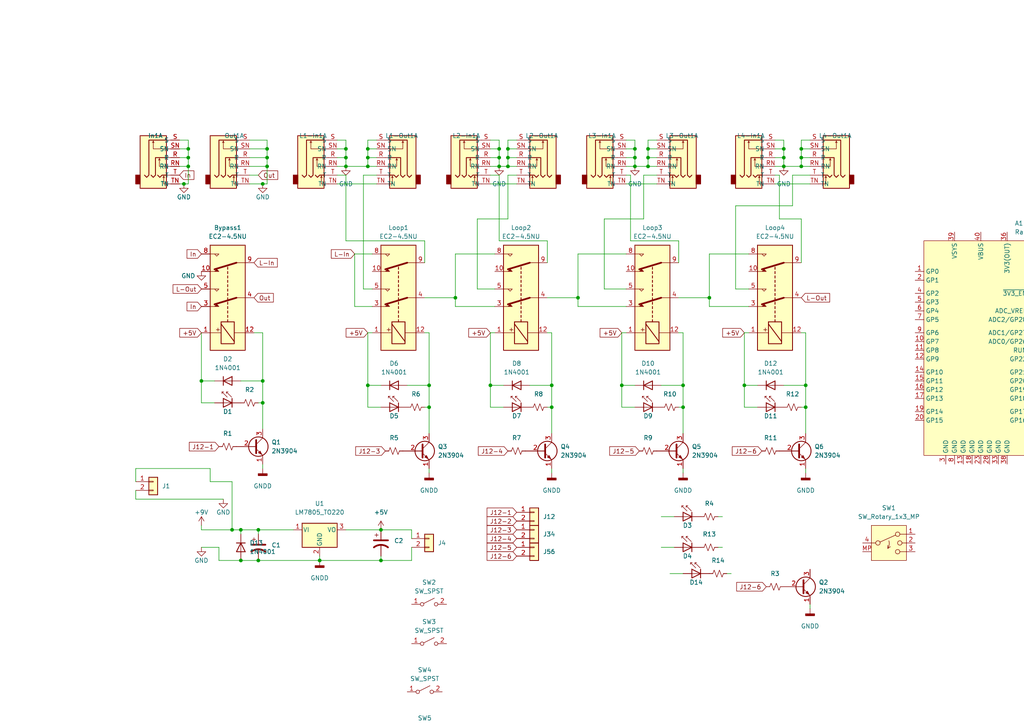
<source format=kicad_sch>
(kicad_sch (version 20231120) (generator "eeschema") (generator_version "8.0")
  (paper "A4")
  (lib_symbols
    (symbol "Connector_Generic:Conn_01x02" (pin_names (offset 1.016) hide)
      (property "Reference" "J" (at 0 2.54 0))
      (property "Value" "Conn_01x02" (at 0 -5.08 0))
      (symbol "Conn_01x02_1_1"
        (pin passive line (at -5.08 0 0) (length 3.81) (name "Pin_1") (number "1"))
        (pin passive line (at -5.08 -2.54 0) (length 3.81) (name "Pin_2") (number "2"))
      )
    )
    (symbol "Device:C_Polarized_US" (pin_numbers hide) (pin_names (offset 0.254) hide)
      (property "Reference" "C" (at 0.635 2.54 0))
      (property "Value" "C_Polarized_US" (at 0.635 -2.54 0))
      (symbol "C_Polarized_US_1_1"
        (pin passive line (at 0 3.81 270) (length 2.794) (name "~") (number "1"))
        (pin passive line (at 0 -3.81 90) (length 3.302) (name "~") (number "2"))
      )
    )
    (symbol "Device:R_Small_US" (pin_numbers hide) (pin_names (offset 0.254) hide)
      (property "Reference" "R" (at 0.762 0.508 0))
      (property "Value" "R_Small_US" (at 0.762 -1.016 0))
      (symbol "R_Small_US_1_1"
        (pin passive line (at 0 2.54 270) (length 1.016) (name "~") (number "1"))
        (pin passive line (at 0 -2.54 90) (length 1.016) (name "~") (number "2"))
      )
    )
    (symbol "Diode:1N4001" (pin_numbers hide) (pin_names (offset 1.016) hide)
      (property "Reference" "D" (at 0 2.54 0))
      (property "Value" "1N4001" (at 0 -2.54 0))
      (symbol "1N4001_1_1"
        (pin passive line (at -3.81 0 0) (length 2.54) (name "K") (number "1"))
        (pin passive line (at 3.81 0 180) (length 2.54) (name "A") (number "2"))
      )
    )
    (symbol "LED:IR204A" (pin_numbers hide) (pin_names (offset 1.016) hide)
      (property "Reference" "D" (at 0.508 1.778 0))
      (property "Value" "IR204A" (at -1.016 -2.794 0))
      (symbol "IR204A_1_1"
        (pin passive line (at -5.08 0 0) (length 2.54) (name "K") (number "1"))
        (pin passive line (at 2.54 0 180) (length 2.54) (name "A") (number "2"))
      )
    )
    (symbol "Nate:AudioJack3_Dual_Switch"
      (property "Reference" "In1" (at -1.905 6.35 0))
      (symbol "AudioJack3_Dual_Switch_1_1"
        (pin passive line (at 5.08 0 180) (length 2.54) (name "R") (number "R"))
        (pin passive line (at 5.08 -2.54 180) (length 2.54) (name "RN") (number "RN"))
        (pin passive line (at 5.08 5.08 180) (length 2.54) (name "S") (number "S"))
        (pin passive line (at 5.08 2.54 180) (length 2.54) (name "SN") (number "SN"))
        (pin passive line (at 5.08 -5.08 180) (length 2.54) (name "T") (number "T"))
        (pin passive line (at 5.08 -7.62 180) (length 2.54) (name "TN") (number "TN"))
      )
      (symbol "AudioJack3_Dual_Switch_2_1"
        (pin passive line (at 5.08 0 180) (length 2.54) (name "R") (number "R2"))
        (pin passive line (at 5.08 -2.54 180) (length 2.54) (name "RN") (number "RN2"))
        (pin passive line (at 5.08 5.08 180) (length 2.54) (name "S") (number "S2"))
        (pin passive line (at 5.08 2.54 180) (length 2.54) (name "SN") (number "SN2"))
        (pin passive line (at 5.08 -5.08 180) (length 2.54) (name "T") (number "T2"))
        (pin passive line (at 5.08 -7.62 180) (length 2.54) (name "TN") (number "TN2"))
      )
    )
    (symbol "PCM_SL_Development_Board:Raspberry_Pi_Pico_THT"
      (property "Reference" "A" (at 12.7 34.29 0))
      (property "Value" "Raspberry_Pi_Pico_THT" (at 21.59 31.75 0))
      (symbol "Raspberry_Pi_Pico_THT_1_1"
        (pin bidirectional line (at -17.78 20.32 0) (length 2.54) (name "GP0") (number "1"))
        (pin bidirectional line (at -17.78 0 0) (length 2.54) (name "GP7") (number "10"))
        (pin bidirectional line (at -17.78 -2.54 0) (length 2.54) (name "GP8") (number "11"))
        (pin bidirectional line (at -17.78 -5.08 0) (length 2.54) (name "GP9") (number "12"))
        (pin power_in line (at -3.81 -35.56 90) (length 2.54) (name "GND") (number "13"))
        (pin bidirectional line (at -17.78 -8.89 0) (length 2.54) (name "GP10") (number "14"))
        (pin bidirectional line (at -17.78 -11.43 0) (length 2.54) (name "GP11") (number "15"))
        (pin bidirectional line (at -17.78 -13.97 0) (length 2.54) (name "GP12") (number "16"))
        (pin bidirectional line (at -17.78 -16.51 0) (length 2.54) (name "GP13") (number "17"))
        (pin power_in line (at -1.27 -35.56 90) (length 2.54) (name "GND") (number "18"))
        (pin bidirectional line (at -17.78 -20.32 0) (length 2.54) (name "GP14") (number "19"))
        (pin bidirectional line (at -17.78 17.78 0) (length 2.54) (name "GP1") (number "2"))
        (pin bidirectional line (at -17.78 -22.86 0) (length 2.54) (name "GP15") (number "20"))
        (pin bidirectional line (at 17.78 -22.86 180) (length 2.54) (name "GP16") (number "21"))
        (pin bidirectional line (at 17.78 -20.32 180) (length 2.54) (name "GP17") (number "22"))
        (pin power_in line (at 1.27 -35.56 90) (length 2.54) (name "GND") (number "23"))
        (pin bidirectional line (at 17.78 -16.51 180) (length 2.54) (name "GP18") (number "24"))
        (pin bidirectional line (at 17.78 -13.97 180) (length 2.54) (name "GP19") (number "25"))
        (pin bidirectional line (at 17.78 -11.43 180) (length 2.54) (name "GP20") (number "26"))
        (pin bidirectional line (at 17.78 -8.89 180) (length 2.54) (name "GP21") (number "27"))
        (pin power_in line (at 3.81 -35.56 90) (length 2.54) (name "GND") (number "28"))
        (pin bidirectional line (at 17.78 -5.08 180) (length 2.54) (name "GP22") (number "29"))
        (pin power_in line (at -8.89 -35.56 90) (length 2.54) (name "GND") (number "3"))
        (pin bidirectional line (at 17.78 -2.54 180) (length 2.54) (name "RUN") (number "30"))
        (pin bidirectional line (at 17.78 0 180) (length 2.54) (name "ADC0/GP26") (number "31"))
        (pin bidirectional line (at 17.78 2.54 180) (length 2.54) (name "ADC1/GP27") (number "32"))
        (pin power_in line (at 6.35 -35.56 90) (length 2.54) (name "GND") (number "33"))
        (pin bidirectional line (at 17.78 6.35 180) (length 2.54) (name "ADC2/GP28") (number "34"))
        (pin bidirectional line (at 17.78 8.89 180) (length 2.54) (name "ADC_VREF") (number "35"))
        (pin power_in line (at 8.89 31.75 270) (length 2.54) (name "3V3(OUT)") (number "36"))
        (pin bidirectional line (at 17.78 13.97 180) (length 2.54) (name "~{3V3_EN}") (number "37"))
        (pin power_in line (at 8.89 -35.56 90) (length 2.54) (name "GND") (number "38"))
        (pin power_in line (at -6.35 31.75 270) (length 2.54) (name "VSYS") (number "39"))
        (pin bidirectional line (at -17.78 13.97 0) (length 2.54) (name "GP2") (number "4"))
        (pin power_in line (at 1.27 31.75 270) (length 2.54) (name "VBUS") (number "40"))
        (pin bidirectional line (at -17.78 11.43 0) (length 2.54) (name "GP3") (number "5"))
        (pin bidirectional line (at -17.78 8.89 0) (length 2.54) (name "GP4") (number "6"))
        (pin bidirectional line (at -17.78 6.35 0) (length 2.54) (name "GP5") (number "7"))
        (pin power_in line (at -6.35 -35.56 90) (length 2.54) (name "GND") (number "8"))
        (pin bidirectional line (at -17.78 2.54 0) (length 2.54) (name "GP6") (number "9"))
      )
    )
    (symbol "Regulator_Linear:LM7805_TO220" (pin_names (offset 0.254))
      (property "Reference" "U" (at -3.81 3.175 0))
      (property "Value" "LM7805_TO220" (at 0 3.175 0))
      (symbol "LM7805_TO220_1_1"
        (pin power_in line (at -7.62 0 0) (length 2.54) (name "VI") (number "1"))
        (pin power_in line (at 0 -7.62 90) (length 2.54) (name "GND") (number "2"))
        (pin power_out line (at 7.62 0 180) (length 2.54) (name "VO") (number "3"))
      )
    )
    (symbol "Relay:EC2-4.5NU"
      (property "Reference" "K" (at 15.24 8.89 0))
      (property "Value" "EC2-4.5NU" (at 19.05 6.35 0))
      (symbol "EC2-4.5NU_1_1"
        (text "+" (at -9.271 2.921 0) (effects (font (size 1.27 1.27))))
        (pin passive line (at -10.16 7.62 270) (length 2.54) (name "~") (number "1"))
        (pin passive line (at 7.62 7.62 270) (length 2.54) (name "~") (number "10"))
        (pin passive line (at -10.16 -7.62 90) (length 2.54) (name "~") (number "12"))
        (pin passive line (at -2.54 7.62 270) (length 2.54) (name "~") (number "3"))
        (pin passive line (at 0 -7.62 90) (length 2.54) (name "~") (number "4"))
        (pin passive line (at 2.54 7.62 270) (length 2.54) (name "~") (number "5"))
        (pin passive line (at 12.7 7.62 270) (length 2.54) (name "~") (number "8"))
        (pin passive line (at 10.16 -7.62 90) (length 2.54) (name "~") (number "9"))
      )
    )
    (symbol "Switch:SW_Rotary_1x3_MP" (pin_names hide)
      (property "Reference" "SW" (at 0 6.35 0))
      (property "Value" "SW_Rotary_1x3_MP" (at 8.89 -6.35 0))
      (symbol "SW_Rotary_1x3_MP_1_1"
        (pin passive line (at 7.62 2.54 180) (length 2.54) (name "") (number "1"))
        (pin passive line (at 7.62 0 180) (length 2.54) (name "") (number "2"))
        (pin passive line (at 7.62 -2.54 180) (length 2.54) (name "") (number "3"))
        (pin passive line (at -7.62 0 0) (length 2.54) (name "") (number "4"))
        (pin passive line (at -7.62 -2.54 0) (length 2.54) (name "") (number "MP"))
      )
    )
    (symbol "Switch:SW_SPST" (pin_names (offset 0) hide)
      (property "Reference" "SW" (at 0 3.175 0))
      (property "Value" "SW_SPST" (at 0 -2.54 0))
      (symbol "SW_SPST_1_1"
        (pin passive line (at -5.08 0 0) (length 2.54) (name "A") (number "1"))
        (pin passive line (at 5.08 0 180) (length 2.54) (name "B") (number "2"))
      )
    )
    (symbol "Transistor_BJT:2N3904" (pin_names (offset 0) hide)
      (property "Reference" "Q" (at 5.08 1.905 0))
      (property "Value" "2N3904" (at 5.08 0 0))
      (symbol "2N3904_1_1"
        (pin passive line (at 2.54 -5.08 90) (length 2.54) (name "E") (number "1"))
        (pin passive line (at -5.08 0 0) (length 5.715) (name "B") (number "2"))
        (pin passive line (at 2.54 5.08 270) (length 2.54) (name "C") (number "3"))
      )
    )
    (symbol "power:+5V" (power) (pin_names (offset 0))
      (property "Value" "+5V" (at 0 3.556 0))
      (symbol "+5V_1_1"
        (pin power_in line (at 0 0 90) (length 0) hide (name "+5V") (number "1"))
      )
    )
    (symbol "power:+9V" (power) (pin_names (offset 0))
      (property "Value" "+9V" (at 0 3.556 0))
      (symbol "+9V_1_1"
        (pin power_in line (at 0 0 90) (length 0) hide (name "+9V") (number "1"))
      )
    )
    (symbol "power:GND" (power) (pin_names (offset 0))
      (property "Value" "GND" (at 0 -3.81 0))
      (symbol "GND_1_1"
        (pin power_in line (at 0 0 270) (length 0) hide (name "GND") (number "1"))
      )
    )
    (symbol "power:GNDD" (power) (pin_names (offset 0))
      (property "Value" "GNDD" (at 0 -3.175 0))
      (symbol "GNDD_1_1"
        (pin power_in line (at 0 0 270) (length 0) hide (name "GNDD") (number "1"))
      )
    )
  )
  (junction (at 74.93 153.67))
  (junction (at 124.46 118.11))
  (junction (at 227.33 43.18))
  (junction (at 187.96 48.26))
  (junction (at 147.32 43.18))
  (junction (at 147.32 48.26))
  (junction (at 76.2 116.84))
  (junction (at 132.08 86.36))
  (junction (at 198.12 118.11))
  (junction (at 100.33 43.18))
  (junction (at 233.68 111.76))
  (junction (at 227.33 45.72))
  (junction (at 232.41 43.18))
  (junction (at 110.49 153.67))
  (junction (at 232.41 45.72))
  (junction (at 69.85 162.56))
  (junction (at 67.31 153.67))
  (junction (at 187.96 45.72))
  (junction (at 53.34 53.34))
  (junction (at 106.68 45.72))
  (junction (at 77.47 43.18))
  (junction (at 167.64 86.36))
  (junction (at 74.93 162.56))
  (junction (at 77.47 45.72))
  (junction (at 227.33 48.26))
  (junction (at 54.61 45.72))
  (junction (at 54.61 48.26))
  (junction (at 147.32 45.72))
  (junction (at 160.02 111.76))
  (junction (at 144.78 48.26))
  (junction (at 76.2 110.49))
  (junction (at 144.78 43.18))
  (junction (at 124.46 111.76))
  (junction (at 76.2 53.34))
  (junction (at 205.74 86.36))
  (junction (at 144.78 45.72))
  (junction (at 233.68 118.11))
  (junction (at 184.15 48.26))
  (junction (at 100.33 48.26))
  (junction (at 198.12 111.76))
  (junction (at 106.68 111.76))
  (junction (at 106.68 48.26))
  (junction (at 184.15 43.18))
  (junction (at 100.33 45.72))
  (junction (at 110.49 162.56))
  (junction (at 160.02 118.11))
  (junction (at 232.41 48.26))
  (junction (at 54.61 43.18))
  (junction (at 106.68 43.18))
  (junction (at 77.47 48.26))
  (junction (at 92.71 162.56))
  (junction (at 142.24 111.76))
  (junction (at 58.42 110.49))
  (junction (at 69.85 153.67))
  (junction (at 180.34 111.76))
  (junction (at 187.96 43.18))
  (junction (at 215.9 111.76))
  (junction (at 184.15 45.72))
  (wire (pts (xy 74.93 116.84) (xy 76.2 116.84)))
  (wire (pts (xy 147.32 43.18) (xy 147.32 45.72)))
  (wire (pts (xy 100.33 48.26) (xy 106.68 48.26)))
  (wire (pts (xy 196.85 118.11) (xy 198.12 118.11)))
  (wire (pts (xy 205.74 86.36) (xy 205.74 73.66)))
  (wire (pts (xy 158.75 118.11) (xy 160.02 118.11)))
  (wire (pts (xy 167.64 86.36) (xy 167.64 73.66)))
  (wire (pts (xy 160.02 137.16) (xy 160.02 135.89)))
  (wire (pts (xy 106.68 96.52) (xy 106.68 111.76)))
  (wire (pts (xy 110.49 161.29) (xy 110.49 162.56)))
  (wire (pts (xy 198.12 166.37) (xy 194.31 166.37)))
  (wire (pts (xy 62.23 110.49) (xy 58.42 110.49)))
  (wire (pts (xy 215.9 111.76) (xy 215.9 118.11)))
  (wire (pts (xy 227.33 40.64) (xy 227.33 43.18)))
  (wire (pts (xy 100.33 69.85) (xy 123.19 69.85)))
  (wire (pts (xy 97.79 50.8) (xy 100.33 50.8)))
  (wire (pts (xy 39.37 135.89) (xy 39.37 139.7)))
  (wire (pts (xy 67.31 153.67) (xy 69.85 153.67)))
  (wire (pts (xy 158.75 86.36) (xy 167.64 86.36)))
  (wire (pts (xy 226.06 50.8) (xy 226.06 63.5)))
  (wire (pts (xy 77.47 45.72) (xy 77.47 48.26)))
  (wire (pts (xy 62.23 116.84) (xy 58.42 116.84)))
  (wire (pts (xy 142.24 53.34) (xy 149.86 53.34)))
  (wire (pts (xy 234.95 40.64) (xy 232.41 40.64)))
  (wire (pts (xy 198.12 125.73) (xy 198.12 118.11)))
  (wire (pts (xy 215.9 96.52) (xy 215.9 111.76)))
  (wire (pts (xy 142.24 40.64) (xy 144.78 40.64)))
  (wire (pts (xy 72.39 40.64) (xy 77.47 40.64)))
  (wire (pts (xy 232.41 118.11) (xy 233.68 118.11)))
  (wire (pts (xy 123.19 86.36) (xy 132.08 86.36)))
  (wire (pts (xy 184.15 43.18) (xy 184.15 45.72)))
  (wire (pts (xy 198.12 118.11) (xy 198.12 111.76)))
  (wire (pts (xy 224.79 48.26) (xy 227.33 48.26)))
  (wire (pts (xy 100.33 153.67) (xy 110.49 153.67)))
  (wire (pts (xy 184.15 118.11) (xy 180.34 118.11)))
  (wire (pts (xy 76.2 135.89) (xy 76.2 134.62)))
  (wire (pts (xy 106.68 111.76) (xy 106.68 118.11)))
  (wire (pts (xy 210.82 166.37) (xy 212.09 166.37)))
  (wire (pts (xy 132.08 88.9) (xy 132.08 86.36)))
  (wire (pts (xy 142.24 50.8) (xy 144.78 50.8)))
  (wire (pts (xy 144.78 45.72) (xy 144.78 48.26)))
  (wire (pts (xy 144.78 69.85) (xy 158.75 69.85)))
  (wire (pts (xy 186.69 63.5) (xy 175.26 63.5)))
  (wire (pts (xy 92.71 162.56) (xy 110.49 162.56)))
  (wire (pts (xy 105.41 50.8) (xy 109.22 50.8)))
  (wire (pts (xy 149.86 50.8) (xy 147.32 50.8)))
  (wire (pts (xy 190.5 43.18) (xy 187.96 43.18)))
  (wire (pts (xy 76.2 96.52) (xy 76.2 110.49)))
  (wire (pts (xy 77.47 40.64) (xy 77.47 43.18)))
  (wire (pts (xy 187.96 40.64) (xy 187.96 43.18)))
  (wire (pts (xy 144.78 48.26) (xy 147.32 48.26)))
  (wire (pts (xy 149.86 45.72) (xy 147.32 45.72)))
  (wire (pts (xy 219.71 111.76) (xy 215.9 111.76)))
  (wire (pts (xy 181.61 48.26) (xy 184.15 48.26)))
  (wire (pts (xy 229.87 50.8) (xy 229.87 59.69)))
  (wire (pts (xy 233.68 125.73) (xy 233.68 118.11)))
  (wire (pts (xy 190.5 50.8) (xy 186.69 50.8)))
  (wire (pts (xy 224.79 45.72) (xy 227.33 45.72)))
  (wire (pts (xy 208.28 158.75) (xy 209.55 158.75)))
  (wire (pts (xy 138.43 83.82) (xy 143.51 83.82)))
  (wire (pts (xy 233.68 96.52) (xy 233.68 111.76)))
  (wire (pts (xy 175.26 63.5) (xy 175.26 83.82)))
  (wire (pts (xy 97.79 45.72) (xy 100.33 45.72)))
  (wire (pts (xy 58.42 153.67) (xy 67.31 153.67)))
  (wire (pts (xy 181.61 88.9) (xy 167.64 88.9)))
  (wire (pts (xy 109.22 45.72) (xy 106.68 45.72)))
  (wire (pts (xy 138.43 63.5) (xy 138.43 83.82)))
  (wire (pts (xy 74.93 162.56) (xy 92.71 162.56)))
  (wire (pts (xy 97.79 53.34) (xy 109.22 53.34)))
  (wire (pts (xy 60.96 139.7) (xy 67.31 139.7)))
  (wire (pts (xy 100.33 50.8) (xy 100.33 69.85)))
  (wire (pts (xy 196.85 96.52) (xy 198.12 96.52)))
  (wire (pts (xy 160.02 118.11) (xy 160.02 111.76)))
  (wire (pts (xy 158.75 69.85) (xy 158.75 76.2)))
  (wire (pts (xy 181.61 53.34) (xy 190.5 53.34)))
  (wire (pts (xy 144.78 40.64) (xy 144.78 43.18)))
  (wire (pts (xy 110.49 118.11) (xy 106.68 118.11)))
  (wire (pts (xy 102.87 73.66) (xy 102.87 88.9)))
  (wire (pts (xy 205.74 73.66) (xy 217.17 73.66)))
  (wire (pts (xy 109.22 40.64) (xy 106.68 40.64)))
  (wire (pts (xy 181.61 43.18) (xy 184.15 43.18)))
  (wire (pts (xy 58.42 96.52) (xy 58.42 110.49)))
  (wire (pts (xy 67.31 139.7) (xy 67.31 153.67)))
  (wire (pts (xy 132.08 73.66) (xy 143.51 73.66)))
  (wire (pts (xy 227.33 48.26) (xy 232.41 48.26)))
  (wire (pts (xy 143.51 96.52) (xy 142.24 96.52)))
  (wire (pts (xy 181.61 96.52) (xy 180.34 96.52)))
  (wire (pts (xy 52.07 40.64) (xy 54.61 40.64)))
  (wire (pts (xy 72.39 45.72) (xy 77.47 45.72)))
  (wire (pts (xy 184.15 40.64) (xy 184.15 43.18)))
  (wire (pts (xy 54.61 45.72) (xy 54.61 48.26)))
  (wire (pts (xy 76.2 116.84) (xy 76.2 110.49)))
  (wire (pts (xy 73.66 96.52) (xy 76.2 96.52)))
  (wire (pts (xy 119.38 162.56) (xy 119.38 158.75)))
  (wire (pts (xy 186.69 50.8) (xy 186.69 63.5)))
  (wire (pts (xy 124.46 137.16) (xy 124.46 135.89)))
  (wire (pts (xy 198.12 137.16) (xy 198.12 135.89)))
  (wire (pts (xy 106.68 96.52) (xy 107.95 96.52)))
  (wire (pts (xy 97.79 40.64) (xy 100.33 40.64)))
  (wire (pts (xy 146.05 118.11) (xy 142.24 118.11)))
  (wire (pts (xy 181.61 45.72) (xy 184.15 45.72)))
  (wire (pts (xy 182.88 50.8) (xy 182.88 69.85)))
  (wire (pts (xy 160.02 125.73) (xy 160.02 118.11)))
  (wire (pts (xy 63.5 162.56) (xy 69.85 162.56)))
  (wire (pts (xy 118.11 111.76) (xy 124.46 111.76)))
  (wire (pts (xy 74.93 50.8) (xy 72.39 50.8)))
  (wire (pts (xy 190.5 40.64) (xy 187.96 40.64)))
  (wire (pts (xy 232.41 45.72) (xy 232.41 48.26)))
  (wire (pts (xy 219.71 118.11) (xy 215.9 118.11)))
  (wire (pts (xy 142.24 96.52) (xy 142.24 111.76)))
  (wire (pts (xy 52.07 45.72) (xy 54.61 45.72)))
  (wire (pts (xy 224.79 53.34) (xy 234.95 53.34)))
  (wire (pts (xy 180.34 111.76) (xy 180.34 118.11)))
  (wire (pts (xy 196.85 86.36) (xy 205.74 86.36)))
  (wire (pts (xy 52.07 48.26) (xy 54.61 48.26)))
  (wire (pts (xy 77.47 43.18) (xy 77.47 45.72)))
  (wire (pts (xy 234.95 176.53) (xy 234.95 175.26)))
  (wire (pts (xy 123.19 69.85) (xy 123.19 76.2)))
  (wire (pts (xy 107.95 73.66) (xy 102.87 73.66)))
  (wire (pts (xy 74.93 153.67) (xy 74.93 154.94)))
  (wire (pts (xy 52.07 43.18) (xy 54.61 43.18)))
  (wire (pts (xy 146.05 111.76) (xy 142.24 111.76)))
  (wire (pts (xy 72.39 48.26) (xy 77.47 48.26)))
  (wire (pts (xy 109.22 43.18) (xy 106.68 43.18)))
  (wire (pts (xy 191.77 111.76) (xy 198.12 111.76)))
  (wire (pts (xy 217.17 88.9) (xy 205.74 88.9)))
  (wire (pts (xy 149.86 43.18) (xy 147.32 43.18)))
  (wire (pts (xy 60.96 135.89) (xy 60.96 139.7)))
  (wire (pts (xy 39.37 144.78) (xy 64.77 144.78)))
  (wire (pts (xy 234.95 45.72) (xy 232.41 45.72)))
  (wire (pts (xy 175.26 83.82) (xy 181.61 83.82)))
  (wire (pts (xy 109.22 48.26) (xy 106.68 48.26)))
  (wire (pts (xy 224.79 40.64) (xy 227.33 40.64)))
  (wire (pts (xy 181.61 50.8) (xy 182.88 50.8)))
  (wire (pts (xy 232.41 43.18) (xy 232.41 45.72)))
  (wire (pts (xy 213.36 59.69) (xy 213.36 83.82)))
  (wire (pts (xy 187.96 45.72) (xy 187.96 48.26)))
  (wire (pts (xy 76.2 124.46) (xy 76.2 116.84)))
  (wire (pts (xy 229.87 59.69) (xy 213.36 59.69)))
  (wire (pts (xy 160.02 96.52) (xy 160.02 111.76)))
  (wire (pts (xy 187.96 43.18) (xy 187.96 45.72)))
  (wire (pts (xy 58.42 110.49) (xy 58.42 116.84)))
  (wire (pts (xy 234.95 48.26) (xy 232.41 48.26)))
  (wire (pts (xy 58.42 158.75) (xy 63.5 158.75)))
  (wire (pts (xy 190.5 45.72) (xy 187.96 45.72)))
  (wire (pts (xy 54.61 43.18) (xy 54.61 45.72)))
  (wire (pts (xy 105.41 83.82) (xy 105.41 50.8)))
  (wire (pts (xy 102.87 88.9) (xy 107.95 88.9)))
  (wire (pts (xy 124.46 125.73) (xy 124.46 118.11)))
  (wire (pts (xy 149.86 48.26) (xy 147.32 48.26)))
  (wire (pts (xy 213.36 83.82) (xy 217.17 83.82)))
  (wire (pts (xy 39.37 144.78) (xy 39.37 142.24)))
  (wire (pts (xy 119.38 153.67) (xy 119.38 156.21)))
  (wire (pts (xy 180.34 96.52) (xy 180.34 111.76)))
  (wire (pts (xy 224.79 43.18) (xy 227.33 43.18)))
  (wire (pts (xy 147.32 63.5) (xy 138.43 63.5)))
  (wire (pts (xy 100.33 45.72) (xy 100.33 48.26)))
  (wire (pts (xy 77.47 53.34) (xy 76.2 53.34)))
  (wire (pts (xy 54.61 53.34) (xy 53.34 53.34)))
  (wire (pts (xy 54.61 40.64) (xy 54.61 43.18)))
  (wire (pts (xy 184.15 45.72) (xy 184.15 48.26)))
  (wire (pts (xy 72.39 43.18) (xy 77.47 43.18)))
  (wire (pts (xy 110.49 111.76) (xy 106.68 111.76)))
  (wire (pts (xy 63.5 158.75) (xy 63.5 162.56)))
  (wire (pts (xy 143.51 88.9) (xy 132.08 88.9)))
  (wire (pts (xy 234.95 43.18) (xy 232.41 43.18)))
  (wire (pts (xy 208.28 149.86) (xy 209.55 149.86)))
  (wire (pts (xy 69.85 110.49) (xy 76.2 110.49)))
  (wire (pts (xy 53.34 53.34) (xy 52.07 53.34)))
  (wire (pts (xy 232.41 96.52) (xy 233.68 96.52)))
  (wire (pts (xy 69.85 153.67) (xy 74.93 153.67)))
  (wire (pts (xy 184.15 111.76) (xy 180.34 111.76)))
  (wire (pts (xy 60.96 135.89) (xy 39.37 135.89)))
  (wire (pts (xy 232.41 63.5) (xy 232.41 76.2)))
  (wire (pts (xy 142.24 45.72) (xy 144.78 45.72)))
  (wire (pts (xy 74.93 153.67) (xy 85.09 153.67)))
  (wire (pts (xy 106.68 45.72) (xy 106.68 48.26)))
  (wire (pts (xy 123.19 96.52) (xy 124.46 96.52)))
  (wire (pts (xy 142.24 48.26) (xy 144.78 48.26)))
  (wire (pts (xy 72.39 53.34) (xy 76.2 53.34)))
  (wire (pts (xy 144.78 43.18) (xy 144.78 45.72)))
  (wire (pts (xy 69.85 153.67) (xy 69.85 154.94)))
  (wire (pts (xy 217.17 96.52) (xy 215.9 96.52)))
  (wire (pts (xy 77.47 48.26) (xy 77.47 53.34)))
  (wire (pts (xy 147.32 45.72) (xy 147.32 48.26)))
  (wire (pts (xy 100.33 40.64) (xy 100.33 43.18)))
  (wire (pts (xy 100.33 43.18) (xy 100.33 45.72)))
  (wire (pts (xy 232.41 40.64) (xy 232.41 43.18)))
  (wire (pts (xy 147.32 40.64) (xy 147.32 43.18)))
  (wire (pts (xy 54.61 48.26) (xy 54.61 53.34)))
  (wire (pts (xy 198.12 96.52) (xy 198.12 111.76)))
  (wire (pts (xy 69.85 162.56) (xy 74.93 162.56)))
  (wire (pts (xy 181.61 40.64) (xy 184.15 40.64)))
  (wire (pts (xy 92.71 161.29) (xy 92.71 162.56)))
  (wire (pts (xy 58.42 152.4) (xy 58.42 153.67)))
  (wire (pts (xy 227.33 111.76) (xy 233.68 111.76)))
  (wire (pts (xy 233.68 118.11) (xy 233.68 111.76)))
  (wire (pts (xy 227.33 43.18) (xy 227.33 45.72)))
  (wire (pts (xy 167.64 88.9) (xy 167.64 86.36)))
  (wire (pts (xy 124.46 96.52) (xy 124.46 111.76)))
  (wire (pts (xy 110.49 162.56) (xy 119.38 162.56)))
  (wire (pts (xy 149.86 40.64) (xy 147.32 40.64)))
  (wire (pts (xy 167.64 73.66) (xy 181.61 73.66)))
  (wire (pts (xy 196.85 69.85) (xy 196.85 76.2)))
  (wire (pts (xy 184.15 48.26) (xy 187.96 48.26)))
  (wire (pts (xy 205.74 88.9) (xy 205.74 86.36)))
  (wire (pts (xy 190.5 48.26) (xy 187.96 48.26)))
  (wire (pts (xy 147.32 50.8) (xy 147.32 63.5)))
  (wire (pts (xy 132.08 86.36) (xy 132.08 73.66)))
  (wire (pts (xy 107.95 83.82) (xy 105.41 83.82)))
  (wire (pts (xy 158.75 96.52) (xy 160.02 96.52)))
  (wire (pts (xy 142.24 43.18) (xy 144.78 43.18)))
  (wire (pts (xy 123.19 118.11) (xy 124.46 118.11)))
  (wire (pts (xy 233.68 137.16) (xy 233.68 135.89)))
  (wire (pts (xy 106.68 43.18) (xy 106.68 45.72)))
  (wire (pts (xy 234.95 50.8) (xy 229.87 50.8)))
  (wire (pts (xy 144.78 50.8) (xy 144.78 69.85)))
  (wire (pts (xy 97.79 43.18) (xy 100.33 43.18)))
  (wire (pts (xy 226.06 63.5) (xy 232.41 63.5)))
  (wire (pts (xy 195.58 149.86) (xy 191.77 149.86)))
  (wire (pts (xy 97.79 48.26) (xy 100.33 48.26)))
  (wire (pts (xy 106.68 40.64) (xy 106.68 43.18)))
  (wire (pts (xy 182.88 69.85) (xy 196.85 69.85)))
  (wire (pts (xy 227.33 45.72) (xy 227.33 48.26)))
  (wire (pts (xy 142.24 111.76) (xy 142.24 118.11)))
  (wire (pts (xy 224.79 50.8) (xy 226.06 50.8)))
  (wire (pts (xy 110.49 153.67) (xy 119.38 153.67)))
  (wire (pts (xy 195.58 158.75) (xy 191.77 158.75)))
  (wire (pts (xy 124.46 118.11) (xy 124.46 111.76)))
  (wire (pts (xy 153.67 111.76) (xy 160.02 111.76)))
  (global_label "L-Out" (shape input) (at 58.42 83.82 180) (property "Intersheetrefs" "${INTERSHEET_REFS}" (effects (hide yes))))
  (global_label "J12-5" (shape input) (at 185.42 130.81 180) (property "Intersheetrefs" "${INTERSHEET_REFS}" (effects (hide yes))))
  (global_label "Out" (shape input) (at 74.93 50.8 0) (property "Intersheetrefs" "${INTERSHEET_REFS}" (effects (hide yes))))
  (global_label "J12-6" (shape input) (at 222.25 170.18 180) (property "Intersheetrefs" "${INTERSHEET_REFS}" (effects (hide yes))))
  (global_label "J12-4" (shape input) (at 149.86 156.21 180) (property "Intersheetrefs" "${INTERSHEET_REFS}" (effects (hide yes))))
  (global_label "In" (shape input) (at 58.42 73.66 180) (property "Intersheetrefs" "${INTERSHEET_REFS}" (effects (hide yes))))
  (global_label "J12-1" (shape input) (at 63.5 129.54 180) (property "Intersheetrefs" "${INTERSHEET_REFS}" (effects (hide yes))))
  (global_label "J12-5" (shape input) (at 149.86 158.75 180) (property "Intersheetrefs" "${INTERSHEET_REFS}" (effects (hide yes))))
  (global_label "L-In" (shape input) (at 73.66 76.2 0) (property "Intersheetrefs" "${INTERSHEET_REFS}" (effects (hide yes))))
  (global_label "Out" (shape input) (at 73.66 86.36 0) (property "Intersheetrefs" "${INTERSHEET_REFS}" (effects (hide yes))))
  (global_label "J12-6" (shape input) (at 149.86 161.29 180) (property "Intersheetrefs" "${INTERSHEET_REFS}" (effects (hide yes))))
  (global_label "J12-2" (shape input) (at 149.86 151.13 180) (property "Intersheetrefs" "${INTERSHEET_REFS}" (effects (hide yes))))
  (global_label "J12-3" (shape input) (at 111.76 130.81 180) (property "Intersheetrefs" "${INTERSHEET_REFS}" (effects (hide yes))))
  (global_label "+5V" (shape input) (at 180.34 96.52 180) (property "Intersheetrefs" "${INTERSHEET_REFS}" (effects (hide yes))))
  (global_label "+5V" (shape input) (at 215.9 96.52 180) (property "Intersheetrefs" "${INTERSHEET_REFS}" (effects (hide yes))))
  (global_label "L-Out" (shape input) (at 232.41 86.36 0) (property "Intersheetrefs" "${INTERSHEET_REFS}" (effects (hide yes))))
  (global_label "J12-3" (shape input) (at 149.86 153.67 180) (property "Intersheetrefs" "${INTERSHEET_REFS}" (effects (hide yes))))
  (global_label "+5V" (shape input) (at 142.24 96.52 180) (property "Intersheetrefs" "${INTERSHEET_REFS}" (effects (hide yes))))
  (global_label "+5V" (shape input) (at 106.68 96.52 180) (property "Intersheetrefs" "${INTERSHEET_REFS}" (effects (hide yes))))
  (global_label "L-In" (shape input) (at 102.87 73.66 180) (property "Intersheetrefs" "${INTERSHEET_REFS}" (effects (hide yes))))
  (global_label "In" (shape input) (at 52.07 50.8 0) (property "Intersheetrefs" "${INTERSHEET_REFS}" (effects (hide yes))))
  (global_label "In" (shape input) (at 58.42 88.9 180) (property "Intersheetrefs" "${INTERSHEET_REFS}" (effects (hide yes))))
  (global_label "J12-6" (shape input) (at 220.98 130.81 180) (property "Intersheetrefs" "${INTERSHEET_REFS}" (effects (hide yes))))
  (global_label "J12-1" (shape input) (at 149.86 148.59 180) (property "Intersheetrefs" "${INTERSHEET_REFS}" (effects (hide yes))))
  (global_label "J12-4" (shape input) (at 147.32 130.81 180) (property "Intersheetrefs" "${INTERSHEET_REFS}" (effects (hide yes))))
  (global_label "+5V" (shape input) (at 58.42 96.52 180) (property "Intersheetrefs" "${INTERSHEET_REFS}" (effects (hide yes))))
  (symbol (lib_id "Relay:EC2-4.5NU") (at 66.04 86.36 90) (unit 1)
    (property "Reference" "Bypass1" (at 66.04 66.04 90))
    (property "Value" "EC2-4.5NU" (at 66.04 68.58 90))
    (property "Footprint" "Relay_THT:Relay_DPDT_Kemet_EC2" (effects (hide yes)))
    (property "Datasheet" "https://content.kemet.com/datasheets/KEM_R7002_EC2_EE2.pdf" (effects (hide yes)))
  )
  (symbol (lib_id "Transistor_BJT:2N3904") (at 195.58 130.81 0) (unit 1)
    (property "Reference" "Q5" (at 200.66 129.5399 0) (effects (justify left)))
    (property "Value" "2N3904" (at 200.66 132.0799 0) (effects (justify left)))
    (property "Footprint" "Package_TO_SOT_THT:TO-92_Inline" (effects (hide yes)))
    (property "Datasheet" "https://www.onsemi.com/pub/Collateral/2N3903-D.PDF" (effects (hide yes)))
  )
  (symbol (lib_id "Relay:EC2-4.5NU") (at 151.13 86.36 90) (unit 1)
    (property "Reference" "Loop2" (at 151.13 66.04 90))
    (property "Value" "EC2-4.5NU" (at 151.13 68.58 90))
    (property "Footprint" "Relay_THT:Relay_DPDT_Kemet_EC2" (effects (hide yes)))
    (property "Datasheet" "https://content.kemet.com/datasheets/KEM_R7002_EC2_EE2.pdf" (effects (hide yes)))
  )
  (symbol (lib_id "PCM_SL_Development_Board:Raspberry_Pi_Pico_THT") (at 283.21 99.06 0) (unit 1)
    (property "Reference" "A1" (at 294.2941 64.77 0) (effects (justify left)))
    (property "Value" "Raspberry_Pi_Pico_THT" (at 294.2941 67.31 0) (effects (justify left)))
    (property "Footprint" "PCM_SL_Development_Boards:raspberry_pi_pico_THT" (effects (hide yes)))
    (property "Description" "Development Board with RP2040 MCU" (effects (hide yes)))
  )
  (symbol (lib_id "Switch:SW_SPST") (at 123.19 240.03 0) (unit 1)
    (property "Reference" "SW7" (at 123.19 233.68 0))
    (property "Value" "SW_SPST" (at 123.19 236.22 0))
    (property "Description" "Single Pole Single Throw (SPST) switch" (effects (hide yes)))
  )
  (symbol (lib_id "power:GNDD") (at 234.95 176.53 0) (unit 1)
    (property "Reference" "#PWR01" (effects (hide yes)))
    (property "Value" "GNDD" (at 234.95 181.61 0))
  )
  (symbol (lib_id "Device:R_Small_US") (at 205.74 149.86 270) (unit 1)
    (property "Reference" "R4" (at 205.74 146.05 90))
    (property "Value" "R_Small_US" (effects (hide yes)))
    (property "Footprint" "Resistor_THT:R_Axial_DIN0204_L3.6mm_D1.6mm_P5.08mm_Horizontal" (effects (hide yes)))
  )
  (symbol (lib_id "LED:IR204A") (at 148.59 118.11 0) (mirror y) (unit 1)
    (property "Reference" "D7" (at 149.86 120.65 0))
    (property "Value" "IR204A" (effects (hide yes)))
    (property "Footprint" "LED_THT:LED_D3.0mm" (effects (hide yes)))
    (property "Datasheet" "http://www.everlight.com/file/ProductFile/IR204-A.pdf" (effects (hide yes)))
  )
  (symbol (lib_id "Nate:AudioJack3_Dual_Switch") (at 137.16 45.72 0) (unit 1)
    (property "Reference" "L2-In1" (at 135.255 39.37 0))
    (property "Value" "AudioJack3_SwitchSTR" (effects (hide yes)))
    (property "Footprint" "Nate:Jack_6.35mm_Neutrik_NMJ6HCD2_Horizontal" (effects (hide yes)))
  )
  (symbol (lib_id "Switch:SW_SPST") (at 123.19 214.63 0) (unit 1)
    (property "Reference" "SW5" (at 123.19 208.28 0))
    (property "Value" "SW_SPST" (at 123.19 210.82 0))
    (property "Description" "Single Pole Single Throw (SPST) switch" (effects (hide yes)))
  )
  (symbol (lib_id "Device:R_Small_US") (at 120.65 118.11 270) (unit 1)
    (property "Reference" "R6" (at 120.65 114.3 90))
    (property "Value" "R_Small_US" (effects (hide yes)))
    (property "Footprint" "Resistor_THT:R_Axial_DIN0204_L3.6mm_D1.6mm_P5.08mm_Horizontal" (effects (hide yes)))
  )
  (symbol (lib_id "power:GND") (at 53.34 53.34 0) (unit 1)
    (property "Reference" "#PWR0105" (effects (hide yes)))
    (property "Value" "GND" (at 53.34 57.15 0))
  )
  (symbol (lib_id "power:GNDD") (at 92.71 162.56 0) (unit 1)
    (property "Reference" "#PWR0102" (effects (hide yes)))
    (property "Value" "GNDD" (at 92.71 167.64 0))
  )
  (symbol (lib_id "Device:R_Small_US") (at 229.87 118.11 270) (unit 1)
    (property "Reference" "R12" (at 229.87 114.3 90))
    (property "Value" "R_Small_US" (effects (hide yes)))
    (property "Footprint" "Resistor_THT:R_Axial_DIN0204_L3.6mm_D1.6mm_P5.08mm_Horizontal" (effects (hide yes)))
  )
  (symbol (lib_id "Device:R_Small_US") (at 194.31 118.11 270) (unit 1)
    (property "Reference" "R10" (at 194.31 114.3 90))
    (property "Value" "R_Small_US" (effects (hide yes)))
    (property "Footprint" "Resistor_THT:R_Axial_DIN0204_L3.6mm_D1.6mm_P5.08mm_Horizontal" (effects (hide yes)))
  )
  (symbol (lib_id "Device:C_Polarized_US") (at 110.49 157.48 0) (unit 1)
    (property "Reference" "C2" (at 114.3 156.8449 0) (effects (justify left)))
    (property "Value" "C_Polarized_US" (effects (hide yes)))
    (property "Footprint" "Capacitor_THT:CP_Radial_D5.0mm_P2.50mm" (effects (hide yes)))
  )
  (symbol (lib_id "Nate:AudioJack3_Dual_Switch") (at 176.53 45.72 0) (unit 1)
    (property "Reference" "L3-In1" (at 174.625 39.37 0))
    (property "Value" "AudioJack3_SwitchSTR" (effects (hide yes)))
    (property "Footprint" "Nate:Jack_6.35mm_Neutrik_NMJ6HCD2_Horizontal" (effects (hide yes)))
  )
  (symbol (lib_id "Diode:1N4001") (at 223.52 111.76 0) (unit 1)
    (property "Reference" "D12" (at 223.52 105.41 0))
    (property "Value" "1N4001" (at 223.52 107.95 0))
    (property "Footprint" "Diode_THT:D_DO-41_SOD81_P7.62mm_Horizontal" (effects (hide yes)))
    (property "Datasheet" "http://www.vishay.com/docs/88503/1n4001.pdf" (effects (hide yes)))
  )
  (symbol (lib_id "Switch:SW_SPST") (at 124.46 175.26 0) (unit 1)
    (property "Reference" "SW2" (at 124.46 168.91 0))
    (property "Value" "SW_SPST" (at 124.46 171.45 0))
    (property "Description" "Single Pole Single Throw (SPST) switch" (effects (hide yes)))
  )
  (symbol (lib_id "Device:R_Small_US") (at 205.74 158.75 270) (unit 1)
    (property "Reference" "R13" (at 205.74 154.94 90))
    (property "Value" "R_Small_US" (effects (hide yes)))
    (property "Footprint" "Resistor_THT:R_Axial_DIN0204_L3.6mm_D1.6mm_P5.08mm_Horizontal" (effects (hide yes)))
  )
  (symbol (lib_id "Transistor_BJT:2N3904") (at 231.14 130.81 0) (unit 1)
    (property "Reference" "Q6" (at 236.22 129.5399 0) (effects (justify left)))
    (property "Value" "2N3904" (at 236.22 132.0799 0) (effects (justify left)))
    (property "Footprint" "Package_TO_SOT_THT:TO-92_Inline" (effects (hide yes)))
    (property "Datasheet" "https://www.onsemi.com/pub/Collateral/2N3903-D.PDF" (effects (hide yes)))
  )
  (symbol (lib_id "Relay:EC2-4.5NU") (at 224.79 86.36 90) (unit 1)
    (property "Reference" "Loop4" (at 224.79 66.04 90))
    (property "Value" "EC2-4.5NU" (at 224.79 68.58 90))
    (property "Footprint" "Relay_THT:Relay_DPDT_Kemet_EC2" (effects (hide yes)))
    (property "Datasheet" "https://content.kemet.com/datasheets/KEM_R7002_EC2_EE2.pdf" (effects (hide yes)))
  )
  (symbol (lib_id "power:GND") (at 76.2 53.34 0) (unit 1)
    (property "Reference" "#PWR0113" (effects (hide yes)))
    (property "Value" "GND" (at 76.2 57.15 0))
  )
  (symbol (lib_id "Switch:SW_Rotary_1x3_MP") (at 257.81 157.48 0) (unit 1)
    (property "Reference" "SW1" (at 257.81 147.32 0))
    (property "Value" "SW_Rotary_1x3_MP" (at 257.81 149.86 0))
    (property "Description" "Rotary switch 1x3, SP3T with mount point" (effects (hide yes)))
  )
  (symbol (lib_id "power:GND") (at 58.42 78.74 0) (unit 1)
    (property "Reference" "#PWR0112" (effects (hide yes)))
    (property "Value" "GND" (at 54.61 80.01 0))
  )
  (symbol (lib_id "Nate:AudioJack3_Dual_Switch") (at 154.94 45.72 0) (mirror y) (unit 1)
    (property "Reference" "L2-Out1" (at 152.4 39.37 0) (effects (justify right)))
    (property "Value" "AudioJack3_SwitchSTR" (effects (hide yes)))
    (property "Footprint" "Nate:Jack_6.35mm_Neutrik_NMJ6HCD2_Horizontal" (effects (hide yes)))
  )
  (symbol (lib_id "Device:R_Small_US") (at 208.28 166.37 270) (unit 1)
    (property "Reference" "R14" (at 208.28 162.56 90))
    (property "Value" "R_Small_US" (effects (hide yes)))
    (property "Footprint" "Resistor_THT:R_Axial_DIN0204_L3.6mm_D1.6mm_P5.08mm_Horizontal" (effects (hide yes)))
  )
  (symbol (lib_id "Relay:EC2-4.5NU") (at 115.57 86.36 90) (unit 1)
    (property "Reference" "Loop1" (at 115.57 66.04 90))
    (property "Value" "EC2-4.5NU" (at 115.57 68.58 90))
    (property "Footprint" "Relay_THT:Relay_DPDT_Kemet_EC2" (effects (hide yes)))
    (property "Datasheet" "https://content.kemet.com/datasheets/KEM_R7002_EC2_EE2.pdf" (effects (hide yes)))
  )
  (symbol (lib_id "Diode:1N4001") (at 66.04 110.49 0) (unit 1)
    (property "Reference" "D2" (at 66.04 104.14 0))
    (property "Value" "1N4001" (at 66.04 106.68 0))
    (property "Footprint" "Diode_THT:D_DO-41_SOD81_P7.62mm_Horizontal" (effects (hide yes)))
    (property "Datasheet" "http://www.vishay.com/docs/88503/1n4001.pdf" (effects (hide yes)))
  )
  (symbol (lib_id "LED:IR204A") (at 222.25 118.11 0) (mirror y) (unit 1)
    (property "Reference" "D11" (at 223.52 120.65 0))
    (property "Value" "IR204A" (effects (hide yes)))
    (property "Footprint" "LED_THT:LED_D3.0mm" (effects (hide yes)))
    (property "Datasheet" "http://www.everlight.com/file/ProductFile/IR204-A.pdf" (effects (hide yes)))
  )
  (symbol (lib_id "power:+5V") (at 110.49 153.67 0) (unit 1)
    (property "Reference" "#PWR0103" (effects (hide yes)))
    (property "Value" "+5V" (at 110.49 148.59 0))
  )
  (symbol (lib_id "Nate:AudioJack3_Dual_Switch") (at 46.99 45.72 0) (unit 1)
    (property "Reference" "In1" (at 45.085 39.37 0))
    (property "Value" "AudioJack3_SwitchSTR" (effects (hide yes)))
    (property "Footprint" "Nate:Jack_6.35mm_Neutrik_NMJ6HCD2_Horizontal" (effects (hide yes)))
  )
  (symbol (lib_id "Device:R_Small_US") (at 156.21 118.11 270) (unit 1)
    (property "Reference" "R8" (at 156.21 114.3 90))
    (property "Value" "R_Small_US" (effects (hide yes)))
    (property "Footprint" "Resistor_THT:R_Axial_DIN0204_L3.6mm_D1.6mm_P5.08mm_Horizontal" (effects (hide yes)))
  )
  (symbol (lib_id "Device:R_Small_US") (at 224.79 170.18 270) (unit 1)
    (property "Reference" "R3" (at 224.79 166.37 90))
    (property "Value" "R_Small_US" (effects (hide yes)))
    (property "Footprint" "Resistor_THT:R_Axial_DIN0204_L3.6mm_D1.6mm_P5.08mm_Horizontal" (effects (hide yes)))
  )
  (symbol (lib_id "Transistor_BJT:2N3904") (at 157.48 130.81 0) (unit 1)
    (property "Reference" "Q4" (at 162.56 129.5399 0) (effects (justify left)))
    (property "Value" "2N3904" (at 162.56 132.0799 0) (effects (justify left)))
    (property "Footprint" "Package_TO_SOT_THT:TO-92_Inline" (effects (hide yes)))
    (property "Datasheet" "https://www.onsemi.com/pub/Collateral/2N3903-D.PDF" (effects (hide yes)))
  )
  (symbol (lib_id "Switch:SW_SPST") (at 121.92 227.33 0) (unit 1)
    (property "Reference" "SW6" (at 121.92 220.98 0))
    (property "Value" "SW_SPST" (at 121.92 223.52 0))
    (property "Description" "Single Pole Single Throw (SPST) switch" (effects (hide yes)))
  )
  (symbol (lib_id "Diode:1N4001") (at 187.96 111.76 0) (unit 1)
    (property "Reference" "D10" (at 187.96 105.41 0))
    (property "Value" "1N4001" (at 187.96 107.95 0))
    (property "Footprint" "Diode_THT:D_DO-41_SOD81_P7.62mm_Horizontal" (effects (hide yes)))
    (property "Datasheet" "http://www.vishay.com/docs/88503/1n4001.pdf" (effects (hide yes)))
  )
  (symbol (lib_id "power:GND") (at 227.33 48.26 0) (unit 1)
    (property "Reference" "#PWR0116" (effects (hide yes)))
    (property "Value" "GND" (at 227.33 53.34 0))
  )
  (symbol (lib_id "LED:IR204A") (at 200.66 166.37 0) (mirror y) (unit 1)
    (property "Reference" "D14" (at 201.93 168.91 0))
    (property "Value" "IR204A" (effects (hide yes)))
    (property "Footprint" "LED_THT:LED_D3.0mm" (effects (hide yes)))
    (property "Datasheet" "http://www.everlight.com/file/ProductFile/IR204-A.pdf" (effects (hide yes)))
  )
  (symbol (lib_id "Device:R_Small_US") (at 66.04 129.54 270) (unit 1)
    (property "Reference" "R1" (at 66.04 125.73 90))
    (property "Value" "R_Small_US" (effects (hide yes)))
    (property "Footprint" "Resistor_THT:R_Axial_DIN0204_L3.6mm_D1.6mm_P5.08mm_Horizontal" (effects (hide yes)))
  )
  (symbol (lib_id "LED:IR204A") (at 113.03 118.11 0) (mirror y) (unit 1)
    (property "Reference" "D5" (at 114.3 120.65 0))
    (property "Value" "IR204A" (effects (hide yes)))
    (property "Footprint" "LED_THT:LED_D3.0mm" (effects (hide yes)))
    (property "Datasheet" "http://www.everlight.com/file/ProductFile/IR204-A.pdf" (effects (hide yes)))
  )
  (symbol (lib_id "power:GND") (at 64.77 144.78 0) (unit 1)
    (property "Reference" "#PWR0120" (effects (hide yes)))
    (property "Value" "GND" (at 64.77 148.59 0))
  )
  (symbol (lib_id "Nate:AudioJack3_Dual_Switch") (at 240.03 45.72 0) (mirror y) (unit 1)
    (property "Reference" "L4-Out1" (at 237.49 39.37 0) (effects (justify right)))
    (property "Value" "AudioJack3_SwitchSTR" (effects (hide yes)))
    (property "Footprint" "Nate:Jack_6.35mm_Neutrik_NMJ6HCD2_Horizontal" (effects (hide yes)))
  )
  (symbol (lib_id "LED:IR204A") (at 198.12 158.75 0) (mirror y) (unit 1)
    (property "Reference" "D4" (at 199.39 161.29 0))
    (property "Value" "IR204A" (effects (hide yes)))
    (property "Footprint" "LED_THT:LED_D3.0mm" (effects (hide yes)))
    (property "Datasheet" "http://www.everlight.com/file/ProductFile/IR204-A.pdf" (effects (hide yes)))
  )
  (symbol (lib_id "Connector_Generic:Conn_01x02") (at 44.45 139.7 0) (unit 1)
    (property "Reference" "J1" (at 46.99 140.9699 0) (effects (justify left)))
    (property "Value" "Conn_01x02" (effects (hide yes)))
    (property "Footprint" "Connector_JST:JST_EH_B2B-EH-A_1x02_P2.50mm_Vertical" (effects (hide yes)))
  )
  (symbol (lib_id "Regulator_Linear:LM7805_TO220") (at 92.71 153.67 0) (unit 1)
    (property "Reference" "U1" (at 92.71 146.05 0))
    (property "Value" "LM7805_TO220" (at 92.71 148.59 0))
    (property "Footprint" "Package_TO_SOT_THT:TO-220-3_Vertical" (effects (hide yes)))
    (property "Datasheet" "https://www.onsemi.cn/PowerSolutions/document/MC7800-D.PDF" (effects (hide yes)))
  )
  (symbol (lib_id "power:GNDD") (at 198.12 137.16 0) (unit 1)
    (property "Reference" "#PWR0106" (effects (hide yes)))
    (property "Value" "GNDD" (at 198.12 142.24 0))
  )
  (symbol (lib_id "Device:R_Small_US") (at 187.96 130.81 270) (unit 1)
    (property "Reference" "R9" (at 187.96 127 90))
    (property "Value" "R_Small_US" (effects (hide yes)))
    (property "Footprint" "Resistor_THT:R_Axial_DIN0204_L3.6mm_D1.6mm_P5.08mm_Horizontal" (effects (hide yes)))
  )
  (symbol (lib_id "Device:C_Polarized_US") (at 74.93 158.75 0) (unit 1)
    (property "Reference" "C1" (at 78.74 158.1149 0) (effects (justify left)))
    (property "Value" "C_Polarized_US" (effects (hide yes)))
    (property "Footprint" "Capacitor_THT:CP_Radial_D6.3mm_P2.50mm" (effects (hide yes)))
  )
  (symbol (lib_id "Diode:1N4001") (at 69.85 158.75 270) (unit 1)
    (property "Reference" "D13" (at 72.39 157.4799 90) (effects (justify left)))
    (property "Value" "1N4001" (at 72.39 160.0199 90) (effects (justify left)))
    (property "Footprint" "Diode_THT:D_DO-41_SOD81_P10.16mm_Horizontal" (effects (hide yes)))
    (property "Datasheet" "http://www.vishay.com/docs/88503/1n4001.pdf" (effects (hide yes)))
  )
  (symbol (lib_id "LED:IR204A") (at 198.12 149.86 0) (mirror y) (unit 1)
    (property "Reference" "D3" (at 199.39 152.4 0))
    (property "Value" "IR204A" (effects (hide yes)))
    (property "Footprint" "LED_THT:LED_D3.0mm" (effects (hide yes)))
    (property "Datasheet" "http://www.everlight.com/file/ProductFile/IR204-A.pdf" (effects (hide yes)))
  )
  (symbol (lib_id "Connector_Generic:Conn_01x02") (at 154.94 148.59 0) (unit 1)
    (property "Reference" "J12" (at 157.48 149.8599 0) (effects (justify left)))
    (property "Value" "Conn_01x02" (effects (hide yes)))
    (property "Footprint" "Connector_JST:JST_EH_B2B-EH-A_1x02_P2.50mm_Vertical" (effects (hide yes)))
  )
  (symbol (lib_id "Switch:SW_SPST") (at 124.46 186.69 0) (unit 1)
    (property "Reference" "SW3" (at 124.46 180.34 0))
    (property "Value" "SW_SPST" (at 124.46 182.88 0))
    (property "Description" "Single Pole Single Throw (SPST) switch" (effects (hide yes)))
  )
  (symbol (lib_id "Nate:AudioJack3_Dual_Switch") (at 114.3 45.72 0) (mirror y) (unit 1)
    (property "Reference" "L1-Out1" (at 111.76 39.37 0) (effects (justify right)))
    (property "Value" "AudioJack3_SwitchSTR" (effects (hide yes)))
    (property "Footprint" "Nate:Jack_6.35mm_Neutrik_NMJ6HCD2_Horizontal" (effects (hide yes)))
  )
  (symbol (lib_id "Transistor_BJT:2N3904") (at 232.41 170.18 0) (unit 1)
    (property "Reference" "Q2" (at 237.49 168.9099 0) (effects (justify left)))
    (property "Value" "2N3904" (at 237.49 171.4499 0) (effects (justify left)))
    (property "Footprint" "Package_TO_SOT_THT:TO-92_Inline" (effects (hide yes)))
    (property "Datasheet" "https://www.onsemi.com/pub/Collateral/2N3903-D.PDF" (effects (hide yes)))
  )
  (symbol (lib_id "power:+9V") (at 58.42 152.4 0) (unit 1)
    (property "Reference" "#PWR0101" (effects (hide yes)))
    (property "Value" "+9V" (at 58.42 148.59 0))
  )
  (symbol (lib_id "Device:R_Small_US") (at 149.86 130.81 270) (unit 1)
    (property "Reference" "R7" (at 149.86 127 90))
    (property "Value" "R_Small_US" (effects (hide yes)))
    (property "Footprint" "Resistor_THT:R_Axial_DIN0204_L3.6mm_D1.6mm_P5.08mm_Horizontal" (effects (hide yes)))
  )
  (symbol (lib_id "LED:IR204A") (at 64.77 116.84 0) (mirror y) (unit 1)
    (property "Reference" "D1" (at 66.04 119.38 0))
    (property "Value" "IR204A" (effects (hide yes)))
    (property "Footprint" "LED_THT:LED_D3.0mm" (effects (hide yes)))
    (property "Datasheet" "http://www.everlight.com/file/ProductFile/IR204-A.pdf" (effects (hide yes)))
  )
  (symbol (lib_id "Diode:1N4001") (at 149.86 111.76 0) (unit 1)
    (property "Reference" "D8" (at 149.86 105.41 0))
    (property "Value" "1N4001" (at 149.86 107.95 0))
    (property "Footprint" "Diode_THT:D_DO-41_SOD81_P7.62mm_Horizontal" (effects (hide yes)))
    (property "Datasheet" "http://www.vishay.com/docs/88503/1n4001.pdf" (effects (hide yes)))
  )
  (symbol (lib_id "Nate:AudioJack3_Dual_Switch") (at 219.71 45.72 0) (unit 1)
    (property "Reference" "L4-In1" (at 217.805 39.37 0))
    (property "Value" "AudioJack3_SwitchSTR" (effects (hide yes)))
    (property "Footprint" "Nate:Jack_6.35mm_Neutrik_NMJ6HCD2_Horizontal" (effects (hide yes)))
  )
  (symbol (lib_id "Device:R_Small_US") (at 114.3 130.81 270) (unit 1)
    (property "Reference" "R5" (at 114.3 127 90))
    (property "Value" "R_Small_US" (effects (hide yes)))
    (property "Footprint" "Resistor_THT:R_Axial_DIN0204_L3.6mm_D1.6mm_P5.08mm_Horizontal" (effects (hide yes)))
  )
  (symbol (lib_id "Connector_Generic:Conn_01x02") (at 154.94 158.75 0) (unit 1)
    (property "Reference" "J56" (at 157.48 160.0199 0) (effects (justify left)))
    (property "Value" "Conn_01x02" (effects (hide yes)))
    (property "Footprint" "Connector_JST:JST_EH_B2B-EH-A_1x02_P2.50mm_Vertical" (effects (hide yes)))
  )
  (symbol (lib_id "Device:R_Small_US") (at 72.39 116.84 270) (unit 1)
    (property "Reference" "R2" (at 72.39 113.03 90))
    (property "Value" "R_Small_US" (effects (hide yes)))
    (property "Footprint" "Resistor_THT:R_Axial_DIN0204_L3.6mm_D1.6mm_P5.08mm_Horizontal" (effects (hide yes)))
  )
  (symbol (lib_id "Transistor_BJT:2N3904") (at 121.92 130.81 0) (unit 1)
    (property "Reference" "Q3" (at 127 129.5399 0) (effects (justify left)))
    (property "Value" "2N3904" (at 127 132.0799 0) (effects (justify left)))
    (property "Footprint" "Package_TO_SOT_THT:TO-92_Inline" (effects (hide yes)))
    (property "Datasheet" "https://www.onsemi.com/pub/Collateral/2N3903-D.PDF" (effects (hide yes)))
  )
  (symbol (lib_id "Device:R_Small_US") (at 223.52 130.81 270) (unit 1)
    (property "Reference" "R11" (at 223.52 127 90))
    (property "Value" "R_Small_US" (effects (hide yes)))
    (property "Footprint" "Resistor_THT:R_Axial_DIN0204_L3.6mm_D1.6mm_P5.08mm_Horizontal" (effects (hide yes)))
  )
  (symbol (lib_id "power:GNDD") (at 124.46 137.16 0) (unit 1)
    (property "Reference" "#PWR0109" (effects (hide yes)))
    (property "Value" "GNDD" (at 124.46 142.24 0))
  )
  (symbol (lib_id "Transistor_BJT:2N3904") (at 73.66 129.54 0) (unit 1)
    (property "Reference" "Q1" (at 78.74 128.2699 0) (effects (justify left)))
    (property "Value" "2N3904" (at 78.74 130.8099 0) (effects (justify left)))
    (property "Footprint" "Package_TO_SOT_THT:TO-92_Inline" (effects (hide yes)))
    (property "Datasheet" "https://www.onsemi.com/pub/Collateral/2N3903-D.PDF" (effects (hide yes)))
  )
  (symbol (lib_id "power:GND") (at 184.15 48.26 0) (unit 1)
    (property "Reference" "#PWR0117" (effects (hide yes)))
    (property "Value" "GND" (at 184.15 53.34 0))
  )
  (symbol (lib_id "Switch:SW_SPST") (at 123.19 200.66 0) (unit 1)
    (property "Reference" "SW4" (at 123.19 194.31 0))
    (property "Value" "SW_SPST" (at 123.19 196.85 0))
    (property "Description" "Single Pole Single Throw (SPST) switch" (effects (hide yes)))
  )
  (symbol (lib_id "power:GNDD") (at 76.2 135.89 0) (unit 1)
    (property "Reference" "#PWR0104" (effects (hide yes)))
    (property "Value" "GNDD" (at 76.2 140.97 0))
  )
  (symbol (lib_id "Diode:1N4001") (at 114.3 111.76 0) (unit 1)
    (property "Reference" "D6" (at 114.3 105.41 0))
    (property "Value" "1N4001" (at 114.3 107.95 0))
    (property "Footprint" "Diode_THT:D_DO-41_SOD81_P7.62mm_Horizontal" (effects (hide yes)))
    (property "Datasheet" "http://www.vishay.com/docs/88503/1n4001.pdf" (effects (hide yes)))
  )
  (symbol (lib_id "Nate:AudioJack3_Dual_Switch") (at 195.58 45.72 0) (mirror y) (unit 1)
    (property "Reference" "L3-Out1" (at 193.04 39.37 0) (effects (justify right)))
    (property "Value" "AudioJack3_SwitchSTR" (effects (hide yes)))
    (property "Footprint" "Nate:Jack_6.35mm_Neutrik_NMJ6HCD2_Horizontal" (effects (hide yes)))
  )
  (symbol (lib_id "Connector_Generic:Conn_01x02") (at 124.46 156.21 0) (unit 1)
    (property "Reference" "J4" (at 127 157.4799 0) (effects (justify left)))
    (property "Value" "Conn_01x02" (effects (hide yes)))
    (property "Footprint" "Connector_JST:JST_EH_B2B-EH-A_1x02_P2.50mm_Vertical" (effects (hide yes)))
  )
  (symbol (lib_id "power:GND") (at 100.33 48.26 0) (unit 1)
    (property "Reference" "#PWR0115" (effects (hide yes)))
    (property "Value" "GND" (at 100.33 53.34 0))
  )
  (symbol (lib_id "power:GND") (at 144.78 48.26 0) (unit 1)
    (property "Reference" "#PWR0118" (effects (hide yes)))
    (property "Value" "GND" (at 144.78 53.34 0))
  )
  (symbol (lib_id "power:GNDD") (at 160.02 137.16 0) (unit 1)
    (property "Reference" "#PWR0110" (effects (hide yes)))
    (property "Value" "GNDD" (at 160.02 142.24 0))
  )
  (symbol (lib_id "Relay:EC2-4.5NU") (at 189.23 86.36 90) (unit 1)
    (property "Reference" "Loop3" (at 189.23 66.04 90))
    (property "Value" "EC2-4.5NU" (at 189.23 68.58 90))
    (property "Footprint" "Relay_THT:Relay_DPDT_Kemet_EC2" (effects (hide yes)))
    (property "Datasheet" "https://content.kemet.com/datasheets/KEM_R7002_EC2_EE2.pdf" (effects (hide yes)))
  )
  (symbol (lib_id "Connector_Generic:Conn_01x02") (at 154.94 153.67 0) (unit 1)
    (property "Reference" "J34" (at 157.48 154.9399 0) (effects (justify left)))
    (property "Value" "Conn_01x02" (effects (hide yes)))
    (property "Footprint" "Connector_JST:JST_EH_B2B-EH-A_1x02_P2.50mm_Vertical" (effects (hide yes)))
  )
  (symbol (lib_id "LED:IR204A") (at 186.69 118.11 0) (mirror y) (unit 1)
    (property "Reference" "D9" (at 187.96 120.65 0))
    (property "Value" "IR204A" (effects (hide yes)))
    (property "Footprint" "LED_THT:LED_D3.0mm" (effects (hide yes)))
    (property "Datasheet" "http://www.everlight.com/file/ProductFile/IR204-A.pdf" (effects (hide yes)))
  )
  (symbol (lib_id "Nate:AudioJack3_Dual_Switch") (at 67.31 45.72 0) (unit 1)
    (property "Reference" "Out1" (at 67.945 39.37 0))
    (property "Value" "AudioJack3_SwitchSTR" (effects (hide yes)))
    (property "Footprint" "Nate:Jack_6.35mm_Neutrik_NMJ6HCD2_Horizontal" (effects (hide yes)))
  )
  (symbol (lib_id "power:GND") (at 58.42 158.75 0) (unit 1)
    (property "Reference" "#PWR0119" (effects (hide yes)))
    (property "Value" "GND" (at 58.42 162.56 0))
  )
  (symbol (lib_id "Nate:AudioJack3_Dual_Switch") (at 92.71 45.72 0) (unit 1)
    (property "Reference" "L1-In1" (at 90.805 39.37 0))
    (property "Value" "AudioJack3_SwitchSTR" (effects (hide yes)))
    (property "Footprint" "Nate:Jack_6.35mm_Neutrik_NMJ6HCD2_Horizontal" (effects (hide yes)))
  )
  (symbol (lib_id "power:GNDD") (at 233.68 137.16 0) (unit 1)
    (property "Reference" "#PWR0107" (effects (hide yes)))
    (property "Value" "GNDD" (at 233.68 142.24 0))
  )
)
</source>
